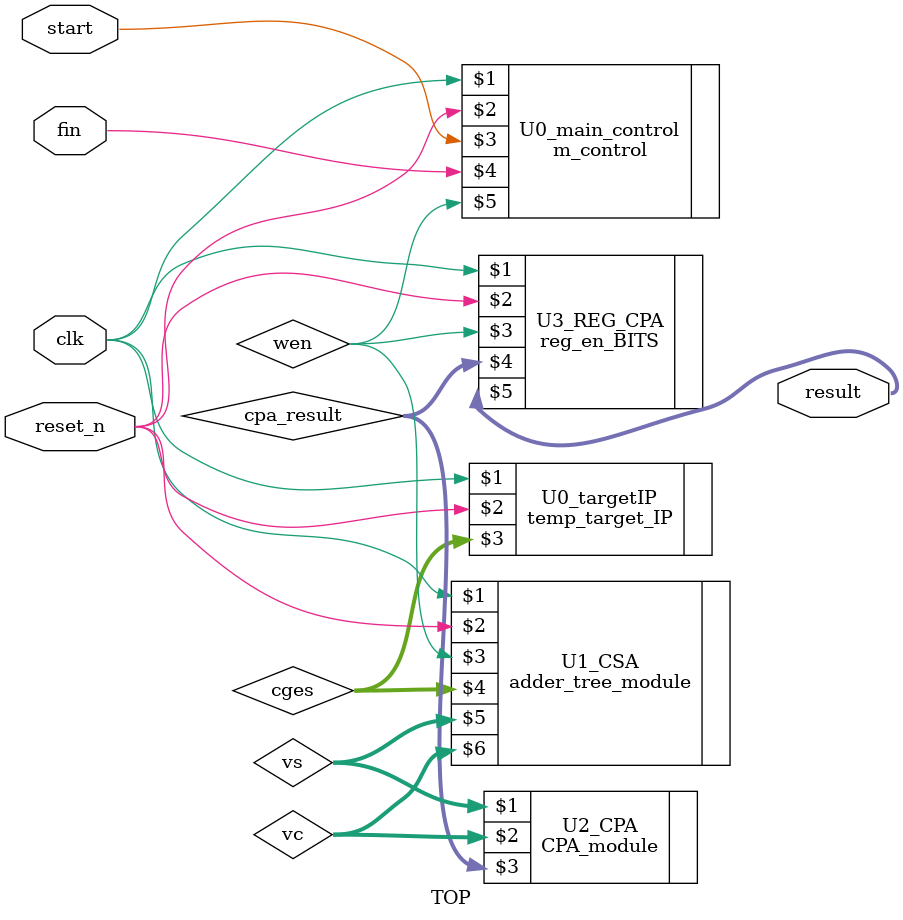
<source format=v>
module TOP
	#(
		parameter BITS = 'd32, //user accuracy
		parameter CGES = 'd13
	)
	(
		input clk, reset_n,
		//input [CGES-'d2:0] cges,
		input start, fin,
		//output [$clog2(CGES) + BITS-'d1:0] result
		output [3+BITS:0] result
	);
	//localparam CGES = 'd13;
	localparam MAX  = 4 + 32 ;
	//localparam MAX  = 35;
	localparam INPUT = 'd7;
	
	wire wen;
	
	wire [MAX-'d1:0] vs;
	wire [MAX-'d1:0] vc;
	
	wire [CGES-'d2:0] cges;
	wire [MAX-'d1:0] cpa_result;
	
	 adder_tree_module #(BITS,CGES,MAX,INPUT)
		U1_CSA
    (
        clk,
        reset_n,
        wen,
        cges,
        vs,
        vc
    );
	 
	 CPA_module #(MAX)
	 U2_CPA
    (
        vs,
		vc, 
		cpa_result
    );
	reg_en_BITS #(MAX) 
	U3_REG_CPA 
	(
		clk, 
		reset_n, 
		wen, 
		cpa_result, 
		result
	); 
	 	
	
	m_control #(CGES)
	U0_main_control
	(
		clk,  
		reset_n,
		start, fin,
		wen
	);
	
	
	temp_target_IP 	#(CGES)
	U0_targetIP
	(
		clk, 
		reset_n,
      	cges
	);
	
	
	
endmodule
</source>
